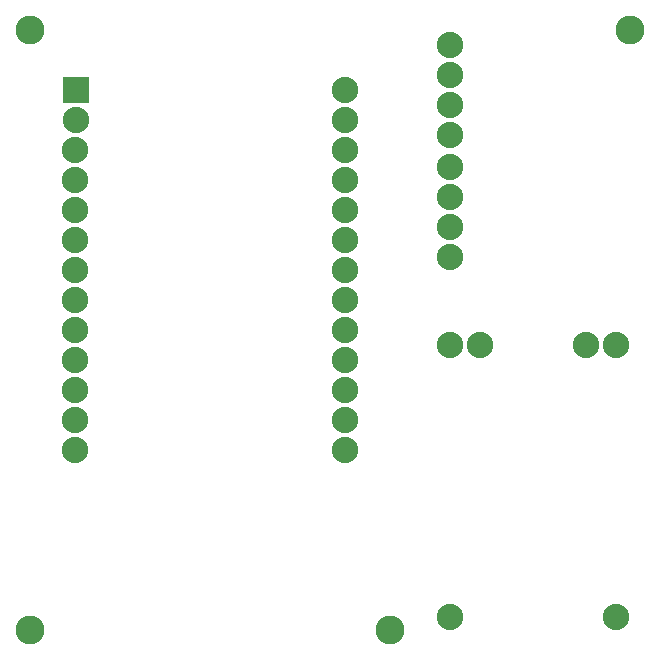
<source format=gbs>
G04 MADE WITH FRITZING*
G04 WWW.FRITZING.ORG*
G04 DOUBLE SIDED*
G04 HOLES PLATED*
G04 CONTOUR ON CENTER OF CONTOUR VECTOR*
%ASAXBY*%
%FSLAX23Y23*%
%MOIN*%
%OFA0B0*%
%SFA1.0B1.0*%
%ADD10C,0.088000*%
%ADD11C,0.096614*%
%ADD12R,0.088000X0.088000*%
%LNMASK0*%
G90*
G70*
G54D10*
X223Y1871D03*
X1122Y1871D03*
X223Y1771D03*
X1122Y1771D03*
X222Y1671D03*
X1122Y1671D03*
X222Y1571D03*
X1122Y1571D03*
X222Y1471D03*
X1122Y1471D03*
X222Y1371D03*
X1122Y1371D03*
X222Y1271D03*
X1122Y1271D03*
X222Y1171D03*
X1122Y1171D03*
X222Y1071D03*
X1122Y1071D03*
X222Y971D03*
X1122Y971D03*
X222Y871D03*
X1122Y871D03*
X222Y771D03*
X1122Y771D03*
X222Y671D03*
X1122Y671D03*
X1472Y2021D03*
X1472Y1921D03*
X1472Y1821D03*
X1472Y1721D03*
X1472Y2021D03*
X1472Y1921D03*
X1472Y1821D03*
X1472Y1721D03*
X1472Y1312D03*
X1472Y1412D03*
X1472Y1512D03*
X1472Y1612D03*
X1472Y112D03*
X2024Y112D03*
X1472Y1021D03*
X1572Y1021D03*
X1923Y1021D03*
X2024Y1021D03*
G54D11*
X2072Y2071D03*
X72Y71D03*
X72Y2071D03*
X1272Y71D03*
G54D12*
X223Y1870D03*
G04 End of Mask0*
M02*
</source>
